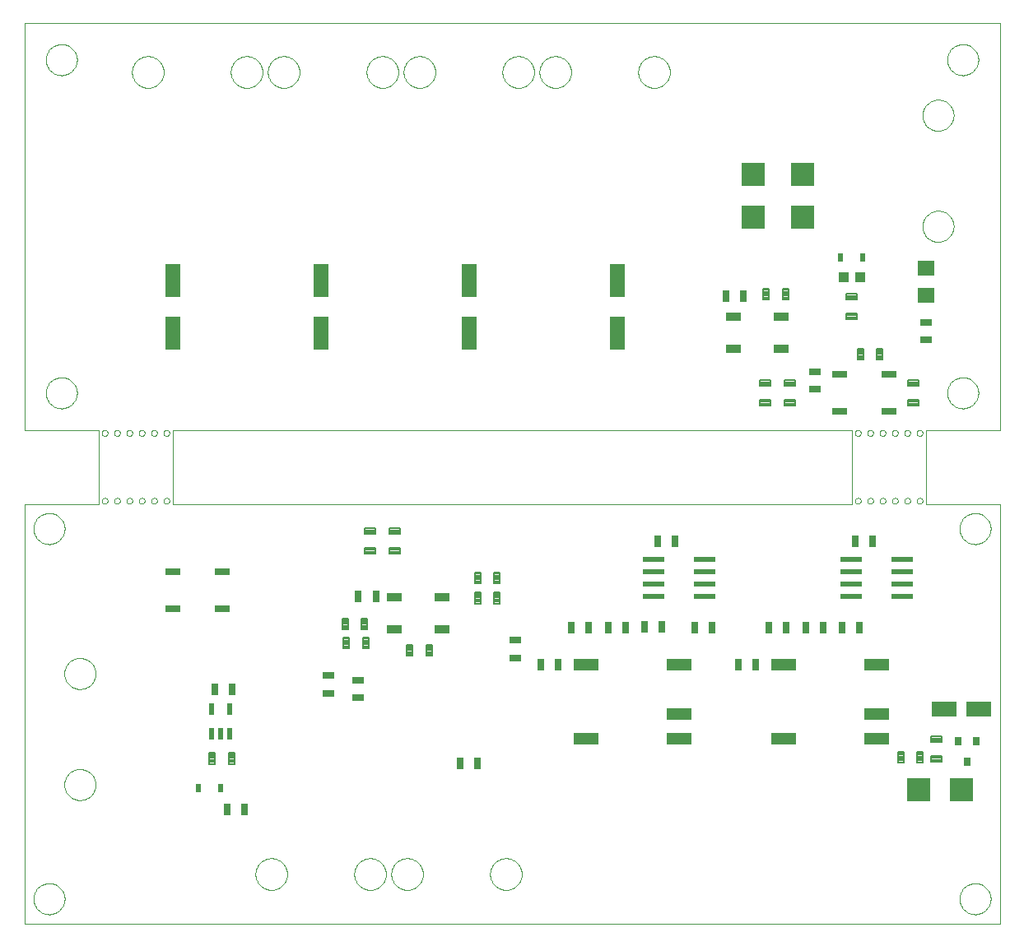
<source format=gtp>
G75*
G70*
%OFA0B0*%
%FSLAX24Y24*%
%IPPOS*%
%LPD*%
%AMOC8*
5,1,8,0,0,1.08239X$1,22.5*
%
%ADD10C,0.0000*%
%ADD11C,0.0079*%
%ADD12R,0.0472X0.0315*%
%ADD13R,0.0591X0.0354*%
%ADD14R,0.0315X0.0472*%
%ADD15R,0.0630X0.1378*%
%ADD16R,0.0433X0.0394*%
%ADD17R,0.0709X0.0630*%
%ADD18R,0.0600X0.0300*%
%ADD19R,0.0248X0.0327*%
%ADD20R,0.0945X0.0945*%
%ADD21R,0.0870X0.0240*%
%ADD22R,0.0217X0.0472*%
%ADD23R,0.0315X0.0354*%
%ADD24R,0.1024X0.0630*%
%ADD25R,0.1024X0.0472*%
D10*
X002142Y009407D02*
X002142Y026407D01*
X005142Y026407D01*
X005142Y029407D01*
X002142Y029407D01*
X002142Y045907D01*
X041642Y045907D01*
X041642Y029407D01*
X038642Y029407D01*
X038642Y026407D01*
X041642Y026407D01*
X041642Y009407D01*
X002142Y009407D01*
X002512Y010407D02*
X002514Y010457D01*
X002520Y010507D01*
X002530Y010556D01*
X002544Y010604D01*
X002561Y010651D01*
X002582Y010696D01*
X002607Y010740D01*
X002635Y010781D01*
X002667Y010820D01*
X002701Y010857D01*
X002738Y010891D01*
X002778Y010921D01*
X002820Y010948D01*
X002864Y010972D01*
X002910Y010993D01*
X002957Y011009D01*
X003005Y011022D01*
X003055Y011031D01*
X003104Y011036D01*
X003155Y011037D01*
X003205Y011034D01*
X003254Y011027D01*
X003303Y011016D01*
X003351Y011001D01*
X003397Y010983D01*
X003442Y010961D01*
X003485Y010935D01*
X003526Y010906D01*
X003565Y010874D01*
X003601Y010839D01*
X003633Y010801D01*
X003663Y010761D01*
X003690Y010718D01*
X003713Y010674D01*
X003732Y010628D01*
X003748Y010580D01*
X003760Y010531D01*
X003768Y010482D01*
X003772Y010432D01*
X003772Y010382D01*
X003768Y010332D01*
X003760Y010283D01*
X003748Y010234D01*
X003732Y010186D01*
X003713Y010140D01*
X003690Y010096D01*
X003663Y010053D01*
X003633Y010013D01*
X003601Y009975D01*
X003565Y009940D01*
X003526Y009908D01*
X003485Y009879D01*
X003442Y009853D01*
X003397Y009831D01*
X003351Y009813D01*
X003303Y009798D01*
X003254Y009787D01*
X003205Y009780D01*
X003155Y009777D01*
X003104Y009778D01*
X003055Y009783D01*
X003005Y009792D01*
X002957Y009805D01*
X002910Y009821D01*
X002864Y009842D01*
X002820Y009866D01*
X002778Y009893D01*
X002738Y009923D01*
X002701Y009957D01*
X002667Y009994D01*
X002635Y010033D01*
X002607Y010074D01*
X002582Y010118D01*
X002561Y010163D01*
X002544Y010210D01*
X002530Y010258D01*
X002520Y010307D01*
X002514Y010357D01*
X002512Y010407D01*
X003762Y015032D02*
X003764Y015082D01*
X003770Y015132D01*
X003780Y015181D01*
X003794Y015229D01*
X003811Y015276D01*
X003832Y015321D01*
X003857Y015365D01*
X003885Y015406D01*
X003917Y015445D01*
X003951Y015482D01*
X003988Y015516D01*
X004028Y015546D01*
X004070Y015573D01*
X004114Y015597D01*
X004160Y015618D01*
X004207Y015634D01*
X004255Y015647D01*
X004305Y015656D01*
X004354Y015661D01*
X004405Y015662D01*
X004455Y015659D01*
X004504Y015652D01*
X004553Y015641D01*
X004601Y015626D01*
X004647Y015608D01*
X004692Y015586D01*
X004735Y015560D01*
X004776Y015531D01*
X004815Y015499D01*
X004851Y015464D01*
X004883Y015426D01*
X004913Y015386D01*
X004940Y015343D01*
X004963Y015299D01*
X004982Y015253D01*
X004998Y015205D01*
X005010Y015156D01*
X005018Y015107D01*
X005022Y015057D01*
X005022Y015007D01*
X005018Y014957D01*
X005010Y014908D01*
X004998Y014859D01*
X004982Y014811D01*
X004963Y014765D01*
X004940Y014721D01*
X004913Y014678D01*
X004883Y014638D01*
X004851Y014600D01*
X004815Y014565D01*
X004776Y014533D01*
X004735Y014504D01*
X004692Y014478D01*
X004647Y014456D01*
X004601Y014438D01*
X004553Y014423D01*
X004504Y014412D01*
X004455Y014405D01*
X004405Y014402D01*
X004354Y014403D01*
X004305Y014408D01*
X004255Y014417D01*
X004207Y014430D01*
X004160Y014446D01*
X004114Y014467D01*
X004070Y014491D01*
X004028Y014518D01*
X003988Y014548D01*
X003951Y014582D01*
X003917Y014619D01*
X003885Y014658D01*
X003857Y014699D01*
X003832Y014743D01*
X003811Y014788D01*
X003794Y014835D01*
X003780Y014883D01*
X003770Y014932D01*
X003764Y014982D01*
X003762Y015032D01*
X003762Y019532D02*
X003764Y019582D01*
X003770Y019632D01*
X003780Y019681D01*
X003794Y019729D01*
X003811Y019776D01*
X003832Y019821D01*
X003857Y019865D01*
X003885Y019906D01*
X003917Y019945D01*
X003951Y019982D01*
X003988Y020016D01*
X004028Y020046D01*
X004070Y020073D01*
X004114Y020097D01*
X004160Y020118D01*
X004207Y020134D01*
X004255Y020147D01*
X004305Y020156D01*
X004354Y020161D01*
X004405Y020162D01*
X004455Y020159D01*
X004504Y020152D01*
X004553Y020141D01*
X004601Y020126D01*
X004647Y020108D01*
X004692Y020086D01*
X004735Y020060D01*
X004776Y020031D01*
X004815Y019999D01*
X004851Y019964D01*
X004883Y019926D01*
X004913Y019886D01*
X004940Y019843D01*
X004963Y019799D01*
X004982Y019753D01*
X004998Y019705D01*
X005010Y019656D01*
X005018Y019607D01*
X005022Y019557D01*
X005022Y019507D01*
X005018Y019457D01*
X005010Y019408D01*
X004998Y019359D01*
X004982Y019311D01*
X004963Y019265D01*
X004940Y019221D01*
X004913Y019178D01*
X004883Y019138D01*
X004851Y019100D01*
X004815Y019065D01*
X004776Y019033D01*
X004735Y019004D01*
X004692Y018978D01*
X004647Y018956D01*
X004601Y018938D01*
X004553Y018923D01*
X004504Y018912D01*
X004455Y018905D01*
X004405Y018902D01*
X004354Y018903D01*
X004305Y018908D01*
X004255Y018917D01*
X004207Y018930D01*
X004160Y018946D01*
X004114Y018967D01*
X004070Y018991D01*
X004028Y019018D01*
X003988Y019048D01*
X003951Y019082D01*
X003917Y019119D01*
X003885Y019158D01*
X003857Y019199D01*
X003832Y019243D01*
X003811Y019288D01*
X003794Y019335D01*
X003780Y019383D01*
X003770Y019432D01*
X003764Y019482D01*
X003762Y019532D01*
X002512Y025407D02*
X002514Y025457D01*
X002520Y025507D01*
X002530Y025556D01*
X002544Y025604D01*
X002561Y025651D01*
X002582Y025696D01*
X002607Y025740D01*
X002635Y025781D01*
X002667Y025820D01*
X002701Y025857D01*
X002738Y025891D01*
X002778Y025921D01*
X002820Y025948D01*
X002864Y025972D01*
X002910Y025993D01*
X002957Y026009D01*
X003005Y026022D01*
X003055Y026031D01*
X003104Y026036D01*
X003155Y026037D01*
X003205Y026034D01*
X003254Y026027D01*
X003303Y026016D01*
X003351Y026001D01*
X003397Y025983D01*
X003442Y025961D01*
X003485Y025935D01*
X003526Y025906D01*
X003565Y025874D01*
X003601Y025839D01*
X003633Y025801D01*
X003663Y025761D01*
X003690Y025718D01*
X003713Y025674D01*
X003732Y025628D01*
X003748Y025580D01*
X003760Y025531D01*
X003768Y025482D01*
X003772Y025432D01*
X003772Y025382D01*
X003768Y025332D01*
X003760Y025283D01*
X003748Y025234D01*
X003732Y025186D01*
X003713Y025140D01*
X003690Y025096D01*
X003663Y025053D01*
X003633Y025013D01*
X003601Y024975D01*
X003565Y024940D01*
X003526Y024908D01*
X003485Y024879D01*
X003442Y024853D01*
X003397Y024831D01*
X003351Y024813D01*
X003303Y024798D01*
X003254Y024787D01*
X003205Y024780D01*
X003155Y024777D01*
X003104Y024778D01*
X003055Y024783D01*
X003005Y024792D01*
X002957Y024805D01*
X002910Y024821D01*
X002864Y024842D01*
X002820Y024866D01*
X002778Y024893D01*
X002738Y024923D01*
X002701Y024957D01*
X002667Y024994D01*
X002635Y025033D01*
X002607Y025074D01*
X002582Y025118D01*
X002561Y025163D01*
X002544Y025210D01*
X002530Y025258D01*
X002520Y025307D01*
X002514Y025357D01*
X002512Y025407D01*
X005274Y026532D02*
X005276Y026553D01*
X005282Y026573D01*
X005291Y026593D01*
X005303Y026610D01*
X005318Y026624D01*
X005336Y026636D01*
X005356Y026644D01*
X005376Y026649D01*
X005397Y026650D01*
X005418Y026647D01*
X005438Y026641D01*
X005457Y026630D01*
X005474Y026617D01*
X005487Y026601D01*
X005498Y026583D01*
X005506Y026563D01*
X005510Y026543D01*
X005510Y026521D01*
X005506Y026501D01*
X005498Y026481D01*
X005487Y026463D01*
X005474Y026447D01*
X005457Y026434D01*
X005438Y026423D01*
X005418Y026417D01*
X005397Y026414D01*
X005376Y026415D01*
X005356Y026420D01*
X005336Y026428D01*
X005318Y026440D01*
X005303Y026454D01*
X005291Y026471D01*
X005282Y026491D01*
X005276Y026511D01*
X005274Y026532D01*
X005774Y026532D02*
X005776Y026553D01*
X005782Y026573D01*
X005791Y026593D01*
X005803Y026610D01*
X005818Y026624D01*
X005836Y026636D01*
X005856Y026644D01*
X005876Y026649D01*
X005897Y026650D01*
X005918Y026647D01*
X005938Y026641D01*
X005957Y026630D01*
X005974Y026617D01*
X005987Y026601D01*
X005998Y026583D01*
X006006Y026563D01*
X006010Y026543D01*
X006010Y026521D01*
X006006Y026501D01*
X005998Y026481D01*
X005987Y026463D01*
X005974Y026447D01*
X005957Y026434D01*
X005938Y026423D01*
X005918Y026417D01*
X005897Y026414D01*
X005876Y026415D01*
X005856Y026420D01*
X005836Y026428D01*
X005818Y026440D01*
X005803Y026454D01*
X005791Y026471D01*
X005782Y026491D01*
X005776Y026511D01*
X005774Y026532D01*
X006274Y026532D02*
X006276Y026553D01*
X006282Y026573D01*
X006291Y026593D01*
X006303Y026610D01*
X006318Y026624D01*
X006336Y026636D01*
X006356Y026644D01*
X006376Y026649D01*
X006397Y026650D01*
X006418Y026647D01*
X006438Y026641D01*
X006457Y026630D01*
X006474Y026617D01*
X006487Y026601D01*
X006498Y026583D01*
X006506Y026563D01*
X006510Y026543D01*
X006510Y026521D01*
X006506Y026501D01*
X006498Y026481D01*
X006487Y026463D01*
X006474Y026447D01*
X006457Y026434D01*
X006438Y026423D01*
X006418Y026417D01*
X006397Y026414D01*
X006376Y026415D01*
X006356Y026420D01*
X006336Y026428D01*
X006318Y026440D01*
X006303Y026454D01*
X006291Y026471D01*
X006282Y026491D01*
X006276Y026511D01*
X006274Y026532D01*
X006774Y026532D02*
X006776Y026553D01*
X006782Y026573D01*
X006791Y026593D01*
X006803Y026610D01*
X006818Y026624D01*
X006836Y026636D01*
X006856Y026644D01*
X006876Y026649D01*
X006897Y026650D01*
X006918Y026647D01*
X006938Y026641D01*
X006957Y026630D01*
X006974Y026617D01*
X006987Y026601D01*
X006998Y026583D01*
X007006Y026563D01*
X007010Y026543D01*
X007010Y026521D01*
X007006Y026501D01*
X006998Y026481D01*
X006987Y026463D01*
X006974Y026447D01*
X006957Y026434D01*
X006938Y026423D01*
X006918Y026417D01*
X006897Y026414D01*
X006876Y026415D01*
X006856Y026420D01*
X006836Y026428D01*
X006818Y026440D01*
X006803Y026454D01*
X006791Y026471D01*
X006782Y026491D01*
X006776Y026511D01*
X006774Y026532D01*
X007274Y026532D02*
X007276Y026553D01*
X007282Y026573D01*
X007291Y026593D01*
X007303Y026610D01*
X007318Y026624D01*
X007336Y026636D01*
X007356Y026644D01*
X007376Y026649D01*
X007397Y026650D01*
X007418Y026647D01*
X007438Y026641D01*
X007457Y026630D01*
X007474Y026617D01*
X007487Y026601D01*
X007498Y026583D01*
X007506Y026563D01*
X007510Y026543D01*
X007510Y026521D01*
X007506Y026501D01*
X007498Y026481D01*
X007487Y026463D01*
X007474Y026447D01*
X007457Y026434D01*
X007438Y026423D01*
X007418Y026417D01*
X007397Y026414D01*
X007376Y026415D01*
X007356Y026420D01*
X007336Y026428D01*
X007318Y026440D01*
X007303Y026454D01*
X007291Y026471D01*
X007282Y026491D01*
X007276Y026511D01*
X007274Y026532D01*
X007774Y026532D02*
X007776Y026553D01*
X007782Y026573D01*
X007791Y026593D01*
X007803Y026610D01*
X007818Y026624D01*
X007836Y026636D01*
X007856Y026644D01*
X007876Y026649D01*
X007897Y026650D01*
X007918Y026647D01*
X007938Y026641D01*
X007957Y026630D01*
X007974Y026617D01*
X007987Y026601D01*
X007998Y026583D01*
X008006Y026563D01*
X008010Y026543D01*
X008010Y026521D01*
X008006Y026501D01*
X007998Y026481D01*
X007987Y026463D01*
X007974Y026447D01*
X007957Y026434D01*
X007938Y026423D01*
X007918Y026417D01*
X007897Y026414D01*
X007876Y026415D01*
X007856Y026420D01*
X007836Y026428D01*
X007818Y026440D01*
X007803Y026454D01*
X007791Y026471D01*
X007782Y026491D01*
X007776Y026511D01*
X007774Y026532D01*
X008142Y026407D02*
X008142Y029407D01*
X035642Y029407D01*
X035642Y026407D01*
X008142Y026407D01*
X007774Y029282D02*
X007776Y029303D01*
X007782Y029323D01*
X007791Y029343D01*
X007803Y029360D01*
X007818Y029374D01*
X007836Y029386D01*
X007856Y029394D01*
X007876Y029399D01*
X007897Y029400D01*
X007918Y029397D01*
X007938Y029391D01*
X007957Y029380D01*
X007974Y029367D01*
X007987Y029351D01*
X007998Y029333D01*
X008006Y029313D01*
X008010Y029293D01*
X008010Y029271D01*
X008006Y029251D01*
X007998Y029231D01*
X007987Y029213D01*
X007974Y029197D01*
X007957Y029184D01*
X007938Y029173D01*
X007918Y029167D01*
X007897Y029164D01*
X007876Y029165D01*
X007856Y029170D01*
X007836Y029178D01*
X007818Y029190D01*
X007803Y029204D01*
X007791Y029221D01*
X007782Y029241D01*
X007776Y029261D01*
X007774Y029282D01*
X007274Y029282D02*
X007276Y029303D01*
X007282Y029323D01*
X007291Y029343D01*
X007303Y029360D01*
X007318Y029374D01*
X007336Y029386D01*
X007356Y029394D01*
X007376Y029399D01*
X007397Y029400D01*
X007418Y029397D01*
X007438Y029391D01*
X007457Y029380D01*
X007474Y029367D01*
X007487Y029351D01*
X007498Y029333D01*
X007506Y029313D01*
X007510Y029293D01*
X007510Y029271D01*
X007506Y029251D01*
X007498Y029231D01*
X007487Y029213D01*
X007474Y029197D01*
X007457Y029184D01*
X007438Y029173D01*
X007418Y029167D01*
X007397Y029164D01*
X007376Y029165D01*
X007356Y029170D01*
X007336Y029178D01*
X007318Y029190D01*
X007303Y029204D01*
X007291Y029221D01*
X007282Y029241D01*
X007276Y029261D01*
X007274Y029282D01*
X006774Y029282D02*
X006776Y029303D01*
X006782Y029323D01*
X006791Y029343D01*
X006803Y029360D01*
X006818Y029374D01*
X006836Y029386D01*
X006856Y029394D01*
X006876Y029399D01*
X006897Y029400D01*
X006918Y029397D01*
X006938Y029391D01*
X006957Y029380D01*
X006974Y029367D01*
X006987Y029351D01*
X006998Y029333D01*
X007006Y029313D01*
X007010Y029293D01*
X007010Y029271D01*
X007006Y029251D01*
X006998Y029231D01*
X006987Y029213D01*
X006974Y029197D01*
X006957Y029184D01*
X006938Y029173D01*
X006918Y029167D01*
X006897Y029164D01*
X006876Y029165D01*
X006856Y029170D01*
X006836Y029178D01*
X006818Y029190D01*
X006803Y029204D01*
X006791Y029221D01*
X006782Y029241D01*
X006776Y029261D01*
X006774Y029282D01*
X006274Y029282D02*
X006276Y029303D01*
X006282Y029323D01*
X006291Y029343D01*
X006303Y029360D01*
X006318Y029374D01*
X006336Y029386D01*
X006356Y029394D01*
X006376Y029399D01*
X006397Y029400D01*
X006418Y029397D01*
X006438Y029391D01*
X006457Y029380D01*
X006474Y029367D01*
X006487Y029351D01*
X006498Y029333D01*
X006506Y029313D01*
X006510Y029293D01*
X006510Y029271D01*
X006506Y029251D01*
X006498Y029231D01*
X006487Y029213D01*
X006474Y029197D01*
X006457Y029184D01*
X006438Y029173D01*
X006418Y029167D01*
X006397Y029164D01*
X006376Y029165D01*
X006356Y029170D01*
X006336Y029178D01*
X006318Y029190D01*
X006303Y029204D01*
X006291Y029221D01*
X006282Y029241D01*
X006276Y029261D01*
X006274Y029282D01*
X005774Y029282D02*
X005776Y029303D01*
X005782Y029323D01*
X005791Y029343D01*
X005803Y029360D01*
X005818Y029374D01*
X005836Y029386D01*
X005856Y029394D01*
X005876Y029399D01*
X005897Y029400D01*
X005918Y029397D01*
X005938Y029391D01*
X005957Y029380D01*
X005974Y029367D01*
X005987Y029351D01*
X005998Y029333D01*
X006006Y029313D01*
X006010Y029293D01*
X006010Y029271D01*
X006006Y029251D01*
X005998Y029231D01*
X005987Y029213D01*
X005974Y029197D01*
X005957Y029184D01*
X005938Y029173D01*
X005918Y029167D01*
X005897Y029164D01*
X005876Y029165D01*
X005856Y029170D01*
X005836Y029178D01*
X005818Y029190D01*
X005803Y029204D01*
X005791Y029221D01*
X005782Y029241D01*
X005776Y029261D01*
X005774Y029282D01*
X005274Y029282D02*
X005276Y029303D01*
X005282Y029323D01*
X005291Y029343D01*
X005303Y029360D01*
X005318Y029374D01*
X005336Y029386D01*
X005356Y029394D01*
X005376Y029399D01*
X005397Y029400D01*
X005418Y029397D01*
X005438Y029391D01*
X005457Y029380D01*
X005474Y029367D01*
X005487Y029351D01*
X005498Y029333D01*
X005506Y029313D01*
X005510Y029293D01*
X005510Y029271D01*
X005506Y029251D01*
X005498Y029231D01*
X005487Y029213D01*
X005474Y029197D01*
X005457Y029184D01*
X005438Y029173D01*
X005418Y029167D01*
X005397Y029164D01*
X005376Y029165D01*
X005356Y029170D01*
X005336Y029178D01*
X005318Y029190D01*
X005303Y029204D01*
X005291Y029221D01*
X005282Y029241D01*
X005276Y029261D01*
X005274Y029282D01*
X003012Y030907D02*
X003014Y030957D01*
X003020Y031007D01*
X003030Y031056D01*
X003044Y031104D01*
X003061Y031151D01*
X003082Y031196D01*
X003107Y031240D01*
X003135Y031281D01*
X003167Y031320D01*
X003201Y031357D01*
X003238Y031391D01*
X003278Y031421D01*
X003320Y031448D01*
X003364Y031472D01*
X003410Y031493D01*
X003457Y031509D01*
X003505Y031522D01*
X003555Y031531D01*
X003604Y031536D01*
X003655Y031537D01*
X003705Y031534D01*
X003754Y031527D01*
X003803Y031516D01*
X003851Y031501D01*
X003897Y031483D01*
X003942Y031461D01*
X003985Y031435D01*
X004026Y031406D01*
X004065Y031374D01*
X004101Y031339D01*
X004133Y031301D01*
X004163Y031261D01*
X004190Y031218D01*
X004213Y031174D01*
X004232Y031128D01*
X004248Y031080D01*
X004260Y031031D01*
X004268Y030982D01*
X004272Y030932D01*
X004272Y030882D01*
X004268Y030832D01*
X004260Y030783D01*
X004248Y030734D01*
X004232Y030686D01*
X004213Y030640D01*
X004190Y030596D01*
X004163Y030553D01*
X004133Y030513D01*
X004101Y030475D01*
X004065Y030440D01*
X004026Y030408D01*
X003985Y030379D01*
X003942Y030353D01*
X003897Y030331D01*
X003851Y030313D01*
X003803Y030298D01*
X003754Y030287D01*
X003705Y030280D01*
X003655Y030277D01*
X003604Y030278D01*
X003555Y030283D01*
X003505Y030292D01*
X003457Y030305D01*
X003410Y030321D01*
X003364Y030342D01*
X003320Y030366D01*
X003278Y030393D01*
X003238Y030423D01*
X003201Y030457D01*
X003167Y030494D01*
X003135Y030533D01*
X003107Y030574D01*
X003082Y030618D01*
X003061Y030663D01*
X003044Y030710D01*
X003030Y030758D01*
X003020Y030807D01*
X003014Y030857D01*
X003012Y030907D01*
X006502Y043907D02*
X006504Y043957D01*
X006510Y044007D01*
X006520Y044056D01*
X006533Y044105D01*
X006551Y044152D01*
X006572Y044198D01*
X006596Y044241D01*
X006624Y044283D01*
X006655Y044323D01*
X006689Y044360D01*
X006726Y044394D01*
X006766Y044425D01*
X006808Y044453D01*
X006851Y044477D01*
X006897Y044498D01*
X006944Y044516D01*
X006993Y044529D01*
X007042Y044539D01*
X007092Y044545D01*
X007142Y044547D01*
X007192Y044545D01*
X007242Y044539D01*
X007291Y044529D01*
X007340Y044516D01*
X007387Y044498D01*
X007433Y044477D01*
X007476Y044453D01*
X007518Y044425D01*
X007558Y044394D01*
X007595Y044360D01*
X007629Y044323D01*
X007660Y044283D01*
X007688Y044241D01*
X007712Y044198D01*
X007733Y044152D01*
X007751Y044105D01*
X007764Y044056D01*
X007774Y044007D01*
X007780Y043957D01*
X007782Y043907D01*
X007780Y043857D01*
X007774Y043807D01*
X007764Y043758D01*
X007751Y043709D01*
X007733Y043662D01*
X007712Y043616D01*
X007688Y043573D01*
X007660Y043531D01*
X007629Y043491D01*
X007595Y043454D01*
X007558Y043420D01*
X007518Y043389D01*
X007476Y043361D01*
X007433Y043337D01*
X007387Y043316D01*
X007340Y043298D01*
X007291Y043285D01*
X007242Y043275D01*
X007192Y043269D01*
X007142Y043267D01*
X007092Y043269D01*
X007042Y043275D01*
X006993Y043285D01*
X006944Y043298D01*
X006897Y043316D01*
X006851Y043337D01*
X006808Y043361D01*
X006766Y043389D01*
X006726Y043420D01*
X006689Y043454D01*
X006655Y043491D01*
X006624Y043531D01*
X006596Y043573D01*
X006572Y043616D01*
X006551Y043662D01*
X006533Y043709D01*
X006520Y043758D01*
X006510Y043807D01*
X006504Y043857D01*
X006502Y043907D01*
X003012Y044407D02*
X003014Y044457D01*
X003020Y044507D01*
X003030Y044556D01*
X003044Y044604D01*
X003061Y044651D01*
X003082Y044696D01*
X003107Y044740D01*
X003135Y044781D01*
X003167Y044820D01*
X003201Y044857D01*
X003238Y044891D01*
X003278Y044921D01*
X003320Y044948D01*
X003364Y044972D01*
X003410Y044993D01*
X003457Y045009D01*
X003505Y045022D01*
X003555Y045031D01*
X003604Y045036D01*
X003655Y045037D01*
X003705Y045034D01*
X003754Y045027D01*
X003803Y045016D01*
X003851Y045001D01*
X003897Y044983D01*
X003942Y044961D01*
X003985Y044935D01*
X004026Y044906D01*
X004065Y044874D01*
X004101Y044839D01*
X004133Y044801D01*
X004163Y044761D01*
X004190Y044718D01*
X004213Y044674D01*
X004232Y044628D01*
X004248Y044580D01*
X004260Y044531D01*
X004268Y044482D01*
X004272Y044432D01*
X004272Y044382D01*
X004268Y044332D01*
X004260Y044283D01*
X004248Y044234D01*
X004232Y044186D01*
X004213Y044140D01*
X004190Y044096D01*
X004163Y044053D01*
X004133Y044013D01*
X004101Y043975D01*
X004065Y043940D01*
X004026Y043908D01*
X003985Y043879D01*
X003942Y043853D01*
X003897Y043831D01*
X003851Y043813D01*
X003803Y043798D01*
X003754Y043787D01*
X003705Y043780D01*
X003655Y043777D01*
X003604Y043778D01*
X003555Y043783D01*
X003505Y043792D01*
X003457Y043805D01*
X003410Y043821D01*
X003364Y043842D01*
X003320Y043866D01*
X003278Y043893D01*
X003238Y043923D01*
X003201Y043957D01*
X003167Y043994D01*
X003135Y044033D01*
X003107Y044074D01*
X003082Y044118D01*
X003061Y044163D01*
X003044Y044210D01*
X003030Y044258D01*
X003020Y044307D01*
X003014Y044357D01*
X003012Y044407D01*
X010502Y043907D02*
X010504Y043957D01*
X010510Y044007D01*
X010520Y044056D01*
X010533Y044105D01*
X010551Y044152D01*
X010572Y044198D01*
X010596Y044241D01*
X010624Y044283D01*
X010655Y044323D01*
X010689Y044360D01*
X010726Y044394D01*
X010766Y044425D01*
X010808Y044453D01*
X010851Y044477D01*
X010897Y044498D01*
X010944Y044516D01*
X010993Y044529D01*
X011042Y044539D01*
X011092Y044545D01*
X011142Y044547D01*
X011192Y044545D01*
X011242Y044539D01*
X011291Y044529D01*
X011340Y044516D01*
X011387Y044498D01*
X011433Y044477D01*
X011476Y044453D01*
X011518Y044425D01*
X011558Y044394D01*
X011595Y044360D01*
X011629Y044323D01*
X011660Y044283D01*
X011688Y044241D01*
X011712Y044198D01*
X011733Y044152D01*
X011751Y044105D01*
X011764Y044056D01*
X011774Y044007D01*
X011780Y043957D01*
X011782Y043907D01*
X011780Y043857D01*
X011774Y043807D01*
X011764Y043758D01*
X011751Y043709D01*
X011733Y043662D01*
X011712Y043616D01*
X011688Y043573D01*
X011660Y043531D01*
X011629Y043491D01*
X011595Y043454D01*
X011558Y043420D01*
X011518Y043389D01*
X011476Y043361D01*
X011433Y043337D01*
X011387Y043316D01*
X011340Y043298D01*
X011291Y043285D01*
X011242Y043275D01*
X011192Y043269D01*
X011142Y043267D01*
X011092Y043269D01*
X011042Y043275D01*
X010993Y043285D01*
X010944Y043298D01*
X010897Y043316D01*
X010851Y043337D01*
X010808Y043361D01*
X010766Y043389D01*
X010726Y043420D01*
X010689Y043454D01*
X010655Y043491D01*
X010624Y043531D01*
X010596Y043573D01*
X010572Y043616D01*
X010551Y043662D01*
X010533Y043709D01*
X010520Y043758D01*
X010510Y043807D01*
X010504Y043857D01*
X010502Y043907D01*
X012002Y043907D02*
X012004Y043957D01*
X012010Y044007D01*
X012020Y044056D01*
X012033Y044105D01*
X012051Y044152D01*
X012072Y044198D01*
X012096Y044241D01*
X012124Y044283D01*
X012155Y044323D01*
X012189Y044360D01*
X012226Y044394D01*
X012266Y044425D01*
X012308Y044453D01*
X012351Y044477D01*
X012397Y044498D01*
X012444Y044516D01*
X012493Y044529D01*
X012542Y044539D01*
X012592Y044545D01*
X012642Y044547D01*
X012692Y044545D01*
X012742Y044539D01*
X012791Y044529D01*
X012840Y044516D01*
X012887Y044498D01*
X012933Y044477D01*
X012976Y044453D01*
X013018Y044425D01*
X013058Y044394D01*
X013095Y044360D01*
X013129Y044323D01*
X013160Y044283D01*
X013188Y044241D01*
X013212Y044198D01*
X013233Y044152D01*
X013251Y044105D01*
X013264Y044056D01*
X013274Y044007D01*
X013280Y043957D01*
X013282Y043907D01*
X013280Y043857D01*
X013274Y043807D01*
X013264Y043758D01*
X013251Y043709D01*
X013233Y043662D01*
X013212Y043616D01*
X013188Y043573D01*
X013160Y043531D01*
X013129Y043491D01*
X013095Y043454D01*
X013058Y043420D01*
X013018Y043389D01*
X012976Y043361D01*
X012933Y043337D01*
X012887Y043316D01*
X012840Y043298D01*
X012791Y043285D01*
X012742Y043275D01*
X012692Y043269D01*
X012642Y043267D01*
X012592Y043269D01*
X012542Y043275D01*
X012493Y043285D01*
X012444Y043298D01*
X012397Y043316D01*
X012351Y043337D01*
X012308Y043361D01*
X012266Y043389D01*
X012226Y043420D01*
X012189Y043454D01*
X012155Y043491D01*
X012124Y043531D01*
X012096Y043573D01*
X012072Y043616D01*
X012051Y043662D01*
X012033Y043709D01*
X012020Y043758D01*
X012010Y043807D01*
X012004Y043857D01*
X012002Y043907D01*
X016002Y043907D02*
X016004Y043957D01*
X016010Y044007D01*
X016020Y044056D01*
X016033Y044105D01*
X016051Y044152D01*
X016072Y044198D01*
X016096Y044241D01*
X016124Y044283D01*
X016155Y044323D01*
X016189Y044360D01*
X016226Y044394D01*
X016266Y044425D01*
X016308Y044453D01*
X016351Y044477D01*
X016397Y044498D01*
X016444Y044516D01*
X016493Y044529D01*
X016542Y044539D01*
X016592Y044545D01*
X016642Y044547D01*
X016692Y044545D01*
X016742Y044539D01*
X016791Y044529D01*
X016840Y044516D01*
X016887Y044498D01*
X016933Y044477D01*
X016976Y044453D01*
X017018Y044425D01*
X017058Y044394D01*
X017095Y044360D01*
X017129Y044323D01*
X017160Y044283D01*
X017188Y044241D01*
X017212Y044198D01*
X017233Y044152D01*
X017251Y044105D01*
X017264Y044056D01*
X017274Y044007D01*
X017280Y043957D01*
X017282Y043907D01*
X017280Y043857D01*
X017274Y043807D01*
X017264Y043758D01*
X017251Y043709D01*
X017233Y043662D01*
X017212Y043616D01*
X017188Y043573D01*
X017160Y043531D01*
X017129Y043491D01*
X017095Y043454D01*
X017058Y043420D01*
X017018Y043389D01*
X016976Y043361D01*
X016933Y043337D01*
X016887Y043316D01*
X016840Y043298D01*
X016791Y043285D01*
X016742Y043275D01*
X016692Y043269D01*
X016642Y043267D01*
X016592Y043269D01*
X016542Y043275D01*
X016493Y043285D01*
X016444Y043298D01*
X016397Y043316D01*
X016351Y043337D01*
X016308Y043361D01*
X016266Y043389D01*
X016226Y043420D01*
X016189Y043454D01*
X016155Y043491D01*
X016124Y043531D01*
X016096Y043573D01*
X016072Y043616D01*
X016051Y043662D01*
X016033Y043709D01*
X016020Y043758D01*
X016010Y043807D01*
X016004Y043857D01*
X016002Y043907D01*
X017502Y043907D02*
X017504Y043957D01*
X017510Y044007D01*
X017520Y044056D01*
X017533Y044105D01*
X017551Y044152D01*
X017572Y044198D01*
X017596Y044241D01*
X017624Y044283D01*
X017655Y044323D01*
X017689Y044360D01*
X017726Y044394D01*
X017766Y044425D01*
X017808Y044453D01*
X017851Y044477D01*
X017897Y044498D01*
X017944Y044516D01*
X017993Y044529D01*
X018042Y044539D01*
X018092Y044545D01*
X018142Y044547D01*
X018192Y044545D01*
X018242Y044539D01*
X018291Y044529D01*
X018340Y044516D01*
X018387Y044498D01*
X018433Y044477D01*
X018476Y044453D01*
X018518Y044425D01*
X018558Y044394D01*
X018595Y044360D01*
X018629Y044323D01*
X018660Y044283D01*
X018688Y044241D01*
X018712Y044198D01*
X018733Y044152D01*
X018751Y044105D01*
X018764Y044056D01*
X018774Y044007D01*
X018780Y043957D01*
X018782Y043907D01*
X018780Y043857D01*
X018774Y043807D01*
X018764Y043758D01*
X018751Y043709D01*
X018733Y043662D01*
X018712Y043616D01*
X018688Y043573D01*
X018660Y043531D01*
X018629Y043491D01*
X018595Y043454D01*
X018558Y043420D01*
X018518Y043389D01*
X018476Y043361D01*
X018433Y043337D01*
X018387Y043316D01*
X018340Y043298D01*
X018291Y043285D01*
X018242Y043275D01*
X018192Y043269D01*
X018142Y043267D01*
X018092Y043269D01*
X018042Y043275D01*
X017993Y043285D01*
X017944Y043298D01*
X017897Y043316D01*
X017851Y043337D01*
X017808Y043361D01*
X017766Y043389D01*
X017726Y043420D01*
X017689Y043454D01*
X017655Y043491D01*
X017624Y043531D01*
X017596Y043573D01*
X017572Y043616D01*
X017551Y043662D01*
X017533Y043709D01*
X017520Y043758D01*
X017510Y043807D01*
X017504Y043857D01*
X017502Y043907D01*
X021502Y043907D02*
X021504Y043957D01*
X021510Y044007D01*
X021520Y044056D01*
X021533Y044105D01*
X021551Y044152D01*
X021572Y044198D01*
X021596Y044241D01*
X021624Y044283D01*
X021655Y044323D01*
X021689Y044360D01*
X021726Y044394D01*
X021766Y044425D01*
X021808Y044453D01*
X021851Y044477D01*
X021897Y044498D01*
X021944Y044516D01*
X021993Y044529D01*
X022042Y044539D01*
X022092Y044545D01*
X022142Y044547D01*
X022192Y044545D01*
X022242Y044539D01*
X022291Y044529D01*
X022340Y044516D01*
X022387Y044498D01*
X022433Y044477D01*
X022476Y044453D01*
X022518Y044425D01*
X022558Y044394D01*
X022595Y044360D01*
X022629Y044323D01*
X022660Y044283D01*
X022688Y044241D01*
X022712Y044198D01*
X022733Y044152D01*
X022751Y044105D01*
X022764Y044056D01*
X022774Y044007D01*
X022780Y043957D01*
X022782Y043907D01*
X022780Y043857D01*
X022774Y043807D01*
X022764Y043758D01*
X022751Y043709D01*
X022733Y043662D01*
X022712Y043616D01*
X022688Y043573D01*
X022660Y043531D01*
X022629Y043491D01*
X022595Y043454D01*
X022558Y043420D01*
X022518Y043389D01*
X022476Y043361D01*
X022433Y043337D01*
X022387Y043316D01*
X022340Y043298D01*
X022291Y043285D01*
X022242Y043275D01*
X022192Y043269D01*
X022142Y043267D01*
X022092Y043269D01*
X022042Y043275D01*
X021993Y043285D01*
X021944Y043298D01*
X021897Y043316D01*
X021851Y043337D01*
X021808Y043361D01*
X021766Y043389D01*
X021726Y043420D01*
X021689Y043454D01*
X021655Y043491D01*
X021624Y043531D01*
X021596Y043573D01*
X021572Y043616D01*
X021551Y043662D01*
X021533Y043709D01*
X021520Y043758D01*
X021510Y043807D01*
X021504Y043857D01*
X021502Y043907D01*
X023002Y043907D02*
X023004Y043957D01*
X023010Y044007D01*
X023020Y044056D01*
X023033Y044105D01*
X023051Y044152D01*
X023072Y044198D01*
X023096Y044241D01*
X023124Y044283D01*
X023155Y044323D01*
X023189Y044360D01*
X023226Y044394D01*
X023266Y044425D01*
X023308Y044453D01*
X023351Y044477D01*
X023397Y044498D01*
X023444Y044516D01*
X023493Y044529D01*
X023542Y044539D01*
X023592Y044545D01*
X023642Y044547D01*
X023692Y044545D01*
X023742Y044539D01*
X023791Y044529D01*
X023840Y044516D01*
X023887Y044498D01*
X023933Y044477D01*
X023976Y044453D01*
X024018Y044425D01*
X024058Y044394D01*
X024095Y044360D01*
X024129Y044323D01*
X024160Y044283D01*
X024188Y044241D01*
X024212Y044198D01*
X024233Y044152D01*
X024251Y044105D01*
X024264Y044056D01*
X024274Y044007D01*
X024280Y043957D01*
X024282Y043907D01*
X024280Y043857D01*
X024274Y043807D01*
X024264Y043758D01*
X024251Y043709D01*
X024233Y043662D01*
X024212Y043616D01*
X024188Y043573D01*
X024160Y043531D01*
X024129Y043491D01*
X024095Y043454D01*
X024058Y043420D01*
X024018Y043389D01*
X023976Y043361D01*
X023933Y043337D01*
X023887Y043316D01*
X023840Y043298D01*
X023791Y043285D01*
X023742Y043275D01*
X023692Y043269D01*
X023642Y043267D01*
X023592Y043269D01*
X023542Y043275D01*
X023493Y043285D01*
X023444Y043298D01*
X023397Y043316D01*
X023351Y043337D01*
X023308Y043361D01*
X023266Y043389D01*
X023226Y043420D01*
X023189Y043454D01*
X023155Y043491D01*
X023124Y043531D01*
X023096Y043573D01*
X023072Y043616D01*
X023051Y043662D01*
X023033Y043709D01*
X023020Y043758D01*
X023010Y043807D01*
X023004Y043857D01*
X023002Y043907D01*
X027002Y043907D02*
X027004Y043957D01*
X027010Y044007D01*
X027020Y044056D01*
X027033Y044105D01*
X027051Y044152D01*
X027072Y044198D01*
X027096Y044241D01*
X027124Y044283D01*
X027155Y044323D01*
X027189Y044360D01*
X027226Y044394D01*
X027266Y044425D01*
X027308Y044453D01*
X027351Y044477D01*
X027397Y044498D01*
X027444Y044516D01*
X027493Y044529D01*
X027542Y044539D01*
X027592Y044545D01*
X027642Y044547D01*
X027692Y044545D01*
X027742Y044539D01*
X027791Y044529D01*
X027840Y044516D01*
X027887Y044498D01*
X027933Y044477D01*
X027976Y044453D01*
X028018Y044425D01*
X028058Y044394D01*
X028095Y044360D01*
X028129Y044323D01*
X028160Y044283D01*
X028188Y044241D01*
X028212Y044198D01*
X028233Y044152D01*
X028251Y044105D01*
X028264Y044056D01*
X028274Y044007D01*
X028280Y043957D01*
X028282Y043907D01*
X028280Y043857D01*
X028274Y043807D01*
X028264Y043758D01*
X028251Y043709D01*
X028233Y043662D01*
X028212Y043616D01*
X028188Y043573D01*
X028160Y043531D01*
X028129Y043491D01*
X028095Y043454D01*
X028058Y043420D01*
X028018Y043389D01*
X027976Y043361D01*
X027933Y043337D01*
X027887Y043316D01*
X027840Y043298D01*
X027791Y043285D01*
X027742Y043275D01*
X027692Y043269D01*
X027642Y043267D01*
X027592Y043269D01*
X027542Y043275D01*
X027493Y043285D01*
X027444Y043298D01*
X027397Y043316D01*
X027351Y043337D01*
X027308Y043361D01*
X027266Y043389D01*
X027226Y043420D01*
X027189Y043454D01*
X027155Y043491D01*
X027124Y043531D01*
X027096Y043573D01*
X027072Y043616D01*
X027051Y043662D01*
X027033Y043709D01*
X027020Y043758D01*
X027010Y043807D01*
X027004Y043857D01*
X027002Y043907D01*
X038512Y042157D02*
X038514Y042207D01*
X038520Y042257D01*
X038530Y042306D01*
X038544Y042354D01*
X038561Y042401D01*
X038582Y042446D01*
X038607Y042490D01*
X038635Y042531D01*
X038667Y042570D01*
X038701Y042607D01*
X038738Y042641D01*
X038778Y042671D01*
X038820Y042698D01*
X038864Y042722D01*
X038910Y042743D01*
X038957Y042759D01*
X039005Y042772D01*
X039055Y042781D01*
X039104Y042786D01*
X039155Y042787D01*
X039205Y042784D01*
X039254Y042777D01*
X039303Y042766D01*
X039351Y042751D01*
X039397Y042733D01*
X039442Y042711D01*
X039485Y042685D01*
X039526Y042656D01*
X039565Y042624D01*
X039601Y042589D01*
X039633Y042551D01*
X039663Y042511D01*
X039690Y042468D01*
X039713Y042424D01*
X039732Y042378D01*
X039748Y042330D01*
X039760Y042281D01*
X039768Y042232D01*
X039772Y042182D01*
X039772Y042132D01*
X039768Y042082D01*
X039760Y042033D01*
X039748Y041984D01*
X039732Y041936D01*
X039713Y041890D01*
X039690Y041846D01*
X039663Y041803D01*
X039633Y041763D01*
X039601Y041725D01*
X039565Y041690D01*
X039526Y041658D01*
X039485Y041629D01*
X039442Y041603D01*
X039397Y041581D01*
X039351Y041563D01*
X039303Y041548D01*
X039254Y041537D01*
X039205Y041530D01*
X039155Y041527D01*
X039104Y041528D01*
X039055Y041533D01*
X039005Y041542D01*
X038957Y041555D01*
X038910Y041571D01*
X038864Y041592D01*
X038820Y041616D01*
X038778Y041643D01*
X038738Y041673D01*
X038701Y041707D01*
X038667Y041744D01*
X038635Y041783D01*
X038607Y041824D01*
X038582Y041868D01*
X038561Y041913D01*
X038544Y041960D01*
X038530Y042008D01*
X038520Y042057D01*
X038514Y042107D01*
X038512Y042157D01*
X039512Y044407D02*
X039514Y044457D01*
X039520Y044507D01*
X039530Y044556D01*
X039544Y044604D01*
X039561Y044651D01*
X039582Y044696D01*
X039607Y044740D01*
X039635Y044781D01*
X039667Y044820D01*
X039701Y044857D01*
X039738Y044891D01*
X039778Y044921D01*
X039820Y044948D01*
X039864Y044972D01*
X039910Y044993D01*
X039957Y045009D01*
X040005Y045022D01*
X040055Y045031D01*
X040104Y045036D01*
X040155Y045037D01*
X040205Y045034D01*
X040254Y045027D01*
X040303Y045016D01*
X040351Y045001D01*
X040397Y044983D01*
X040442Y044961D01*
X040485Y044935D01*
X040526Y044906D01*
X040565Y044874D01*
X040601Y044839D01*
X040633Y044801D01*
X040663Y044761D01*
X040690Y044718D01*
X040713Y044674D01*
X040732Y044628D01*
X040748Y044580D01*
X040760Y044531D01*
X040768Y044482D01*
X040772Y044432D01*
X040772Y044382D01*
X040768Y044332D01*
X040760Y044283D01*
X040748Y044234D01*
X040732Y044186D01*
X040713Y044140D01*
X040690Y044096D01*
X040663Y044053D01*
X040633Y044013D01*
X040601Y043975D01*
X040565Y043940D01*
X040526Y043908D01*
X040485Y043879D01*
X040442Y043853D01*
X040397Y043831D01*
X040351Y043813D01*
X040303Y043798D01*
X040254Y043787D01*
X040205Y043780D01*
X040155Y043777D01*
X040104Y043778D01*
X040055Y043783D01*
X040005Y043792D01*
X039957Y043805D01*
X039910Y043821D01*
X039864Y043842D01*
X039820Y043866D01*
X039778Y043893D01*
X039738Y043923D01*
X039701Y043957D01*
X039667Y043994D01*
X039635Y044033D01*
X039607Y044074D01*
X039582Y044118D01*
X039561Y044163D01*
X039544Y044210D01*
X039530Y044258D01*
X039520Y044307D01*
X039514Y044357D01*
X039512Y044407D01*
X038512Y037657D02*
X038514Y037707D01*
X038520Y037757D01*
X038530Y037806D01*
X038544Y037854D01*
X038561Y037901D01*
X038582Y037946D01*
X038607Y037990D01*
X038635Y038031D01*
X038667Y038070D01*
X038701Y038107D01*
X038738Y038141D01*
X038778Y038171D01*
X038820Y038198D01*
X038864Y038222D01*
X038910Y038243D01*
X038957Y038259D01*
X039005Y038272D01*
X039055Y038281D01*
X039104Y038286D01*
X039155Y038287D01*
X039205Y038284D01*
X039254Y038277D01*
X039303Y038266D01*
X039351Y038251D01*
X039397Y038233D01*
X039442Y038211D01*
X039485Y038185D01*
X039526Y038156D01*
X039565Y038124D01*
X039601Y038089D01*
X039633Y038051D01*
X039663Y038011D01*
X039690Y037968D01*
X039713Y037924D01*
X039732Y037878D01*
X039748Y037830D01*
X039760Y037781D01*
X039768Y037732D01*
X039772Y037682D01*
X039772Y037632D01*
X039768Y037582D01*
X039760Y037533D01*
X039748Y037484D01*
X039732Y037436D01*
X039713Y037390D01*
X039690Y037346D01*
X039663Y037303D01*
X039633Y037263D01*
X039601Y037225D01*
X039565Y037190D01*
X039526Y037158D01*
X039485Y037129D01*
X039442Y037103D01*
X039397Y037081D01*
X039351Y037063D01*
X039303Y037048D01*
X039254Y037037D01*
X039205Y037030D01*
X039155Y037027D01*
X039104Y037028D01*
X039055Y037033D01*
X039005Y037042D01*
X038957Y037055D01*
X038910Y037071D01*
X038864Y037092D01*
X038820Y037116D01*
X038778Y037143D01*
X038738Y037173D01*
X038701Y037207D01*
X038667Y037244D01*
X038635Y037283D01*
X038607Y037324D01*
X038582Y037368D01*
X038561Y037413D01*
X038544Y037460D01*
X038530Y037508D01*
X038520Y037557D01*
X038514Y037607D01*
X038512Y037657D01*
X039512Y030907D02*
X039514Y030957D01*
X039520Y031007D01*
X039530Y031056D01*
X039544Y031104D01*
X039561Y031151D01*
X039582Y031196D01*
X039607Y031240D01*
X039635Y031281D01*
X039667Y031320D01*
X039701Y031357D01*
X039738Y031391D01*
X039778Y031421D01*
X039820Y031448D01*
X039864Y031472D01*
X039910Y031493D01*
X039957Y031509D01*
X040005Y031522D01*
X040055Y031531D01*
X040104Y031536D01*
X040155Y031537D01*
X040205Y031534D01*
X040254Y031527D01*
X040303Y031516D01*
X040351Y031501D01*
X040397Y031483D01*
X040442Y031461D01*
X040485Y031435D01*
X040526Y031406D01*
X040565Y031374D01*
X040601Y031339D01*
X040633Y031301D01*
X040663Y031261D01*
X040690Y031218D01*
X040713Y031174D01*
X040732Y031128D01*
X040748Y031080D01*
X040760Y031031D01*
X040768Y030982D01*
X040772Y030932D01*
X040772Y030882D01*
X040768Y030832D01*
X040760Y030783D01*
X040748Y030734D01*
X040732Y030686D01*
X040713Y030640D01*
X040690Y030596D01*
X040663Y030553D01*
X040633Y030513D01*
X040601Y030475D01*
X040565Y030440D01*
X040526Y030408D01*
X040485Y030379D01*
X040442Y030353D01*
X040397Y030331D01*
X040351Y030313D01*
X040303Y030298D01*
X040254Y030287D01*
X040205Y030280D01*
X040155Y030277D01*
X040104Y030278D01*
X040055Y030283D01*
X040005Y030292D01*
X039957Y030305D01*
X039910Y030321D01*
X039864Y030342D01*
X039820Y030366D01*
X039778Y030393D01*
X039738Y030423D01*
X039701Y030457D01*
X039667Y030494D01*
X039635Y030533D01*
X039607Y030574D01*
X039582Y030618D01*
X039561Y030663D01*
X039544Y030710D01*
X039530Y030758D01*
X039520Y030807D01*
X039514Y030857D01*
X039512Y030907D01*
X038274Y029282D02*
X038276Y029303D01*
X038282Y029323D01*
X038291Y029343D01*
X038303Y029360D01*
X038318Y029374D01*
X038336Y029386D01*
X038356Y029394D01*
X038376Y029399D01*
X038397Y029400D01*
X038418Y029397D01*
X038438Y029391D01*
X038457Y029380D01*
X038474Y029367D01*
X038487Y029351D01*
X038498Y029333D01*
X038506Y029313D01*
X038510Y029293D01*
X038510Y029271D01*
X038506Y029251D01*
X038498Y029231D01*
X038487Y029213D01*
X038474Y029197D01*
X038457Y029184D01*
X038438Y029173D01*
X038418Y029167D01*
X038397Y029164D01*
X038376Y029165D01*
X038356Y029170D01*
X038336Y029178D01*
X038318Y029190D01*
X038303Y029204D01*
X038291Y029221D01*
X038282Y029241D01*
X038276Y029261D01*
X038274Y029282D01*
X037774Y029282D02*
X037776Y029303D01*
X037782Y029323D01*
X037791Y029343D01*
X037803Y029360D01*
X037818Y029374D01*
X037836Y029386D01*
X037856Y029394D01*
X037876Y029399D01*
X037897Y029400D01*
X037918Y029397D01*
X037938Y029391D01*
X037957Y029380D01*
X037974Y029367D01*
X037987Y029351D01*
X037998Y029333D01*
X038006Y029313D01*
X038010Y029293D01*
X038010Y029271D01*
X038006Y029251D01*
X037998Y029231D01*
X037987Y029213D01*
X037974Y029197D01*
X037957Y029184D01*
X037938Y029173D01*
X037918Y029167D01*
X037897Y029164D01*
X037876Y029165D01*
X037856Y029170D01*
X037836Y029178D01*
X037818Y029190D01*
X037803Y029204D01*
X037791Y029221D01*
X037782Y029241D01*
X037776Y029261D01*
X037774Y029282D01*
X037274Y029282D02*
X037276Y029303D01*
X037282Y029323D01*
X037291Y029343D01*
X037303Y029360D01*
X037318Y029374D01*
X037336Y029386D01*
X037356Y029394D01*
X037376Y029399D01*
X037397Y029400D01*
X037418Y029397D01*
X037438Y029391D01*
X037457Y029380D01*
X037474Y029367D01*
X037487Y029351D01*
X037498Y029333D01*
X037506Y029313D01*
X037510Y029293D01*
X037510Y029271D01*
X037506Y029251D01*
X037498Y029231D01*
X037487Y029213D01*
X037474Y029197D01*
X037457Y029184D01*
X037438Y029173D01*
X037418Y029167D01*
X037397Y029164D01*
X037376Y029165D01*
X037356Y029170D01*
X037336Y029178D01*
X037318Y029190D01*
X037303Y029204D01*
X037291Y029221D01*
X037282Y029241D01*
X037276Y029261D01*
X037274Y029282D01*
X036774Y029282D02*
X036776Y029303D01*
X036782Y029323D01*
X036791Y029343D01*
X036803Y029360D01*
X036818Y029374D01*
X036836Y029386D01*
X036856Y029394D01*
X036876Y029399D01*
X036897Y029400D01*
X036918Y029397D01*
X036938Y029391D01*
X036957Y029380D01*
X036974Y029367D01*
X036987Y029351D01*
X036998Y029333D01*
X037006Y029313D01*
X037010Y029293D01*
X037010Y029271D01*
X037006Y029251D01*
X036998Y029231D01*
X036987Y029213D01*
X036974Y029197D01*
X036957Y029184D01*
X036938Y029173D01*
X036918Y029167D01*
X036897Y029164D01*
X036876Y029165D01*
X036856Y029170D01*
X036836Y029178D01*
X036818Y029190D01*
X036803Y029204D01*
X036791Y029221D01*
X036782Y029241D01*
X036776Y029261D01*
X036774Y029282D01*
X036274Y029282D02*
X036276Y029303D01*
X036282Y029323D01*
X036291Y029343D01*
X036303Y029360D01*
X036318Y029374D01*
X036336Y029386D01*
X036356Y029394D01*
X036376Y029399D01*
X036397Y029400D01*
X036418Y029397D01*
X036438Y029391D01*
X036457Y029380D01*
X036474Y029367D01*
X036487Y029351D01*
X036498Y029333D01*
X036506Y029313D01*
X036510Y029293D01*
X036510Y029271D01*
X036506Y029251D01*
X036498Y029231D01*
X036487Y029213D01*
X036474Y029197D01*
X036457Y029184D01*
X036438Y029173D01*
X036418Y029167D01*
X036397Y029164D01*
X036376Y029165D01*
X036356Y029170D01*
X036336Y029178D01*
X036318Y029190D01*
X036303Y029204D01*
X036291Y029221D01*
X036282Y029241D01*
X036276Y029261D01*
X036274Y029282D01*
X035774Y029282D02*
X035776Y029303D01*
X035782Y029323D01*
X035791Y029343D01*
X035803Y029360D01*
X035818Y029374D01*
X035836Y029386D01*
X035856Y029394D01*
X035876Y029399D01*
X035897Y029400D01*
X035918Y029397D01*
X035938Y029391D01*
X035957Y029380D01*
X035974Y029367D01*
X035987Y029351D01*
X035998Y029333D01*
X036006Y029313D01*
X036010Y029293D01*
X036010Y029271D01*
X036006Y029251D01*
X035998Y029231D01*
X035987Y029213D01*
X035974Y029197D01*
X035957Y029184D01*
X035938Y029173D01*
X035918Y029167D01*
X035897Y029164D01*
X035876Y029165D01*
X035856Y029170D01*
X035836Y029178D01*
X035818Y029190D01*
X035803Y029204D01*
X035791Y029221D01*
X035782Y029241D01*
X035776Y029261D01*
X035774Y029282D01*
X035774Y026532D02*
X035776Y026553D01*
X035782Y026573D01*
X035791Y026593D01*
X035803Y026610D01*
X035818Y026624D01*
X035836Y026636D01*
X035856Y026644D01*
X035876Y026649D01*
X035897Y026650D01*
X035918Y026647D01*
X035938Y026641D01*
X035957Y026630D01*
X035974Y026617D01*
X035987Y026601D01*
X035998Y026583D01*
X036006Y026563D01*
X036010Y026543D01*
X036010Y026521D01*
X036006Y026501D01*
X035998Y026481D01*
X035987Y026463D01*
X035974Y026447D01*
X035957Y026434D01*
X035938Y026423D01*
X035918Y026417D01*
X035897Y026414D01*
X035876Y026415D01*
X035856Y026420D01*
X035836Y026428D01*
X035818Y026440D01*
X035803Y026454D01*
X035791Y026471D01*
X035782Y026491D01*
X035776Y026511D01*
X035774Y026532D01*
X036274Y026532D02*
X036276Y026553D01*
X036282Y026573D01*
X036291Y026593D01*
X036303Y026610D01*
X036318Y026624D01*
X036336Y026636D01*
X036356Y026644D01*
X036376Y026649D01*
X036397Y026650D01*
X036418Y026647D01*
X036438Y026641D01*
X036457Y026630D01*
X036474Y026617D01*
X036487Y026601D01*
X036498Y026583D01*
X036506Y026563D01*
X036510Y026543D01*
X036510Y026521D01*
X036506Y026501D01*
X036498Y026481D01*
X036487Y026463D01*
X036474Y026447D01*
X036457Y026434D01*
X036438Y026423D01*
X036418Y026417D01*
X036397Y026414D01*
X036376Y026415D01*
X036356Y026420D01*
X036336Y026428D01*
X036318Y026440D01*
X036303Y026454D01*
X036291Y026471D01*
X036282Y026491D01*
X036276Y026511D01*
X036274Y026532D01*
X036774Y026532D02*
X036776Y026553D01*
X036782Y026573D01*
X036791Y026593D01*
X036803Y026610D01*
X036818Y026624D01*
X036836Y026636D01*
X036856Y026644D01*
X036876Y026649D01*
X036897Y026650D01*
X036918Y026647D01*
X036938Y026641D01*
X036957Y026630D01*
X036974Y026617D01*
X036987Y026601D01*
X036998Y026583D01*
X037006Y026563D01*
X037010Y026543D01*
X037010Y026521D01*
X037006Y026501D01*
X036998Y026481D01*
X036987Y026463D01*
X036974Y026447D01*
X036957Y026434D01*
X036938Y026423D01*
X036918Y026417D01*
X036897Y026414D01*
X036876Y026415D01*
X036856Y026420D01*
X036836Y026428D01*
X036818Y026440D01*
X036803Y026454D01*
X036791Y026471D01*
X036782Y026491D01*
X036776Y026511D01*
X036774Y026532D01*
X037274Y026532D02*
X037276Y026553D01*
X037282Y026573D01*
X037291Y026593D01*
X037303Y026610D01*
X037318Y026624D01*
X037336Y026636D01*
X037356Y026644D01*
X037376Y026649D01*
X037397Y026650D01*
X037418Y026647D01*
X037438Y026641D01*
X037457Y026630D01*
X037474Y026617D01*
X037487Y026601D01*
X037498Y026583D01*
X037506Y026563D01*
X037510Y026543D01*
X037510Y026521D01*
X037506Y026501D01*
X037498Y026481D01*
X037487Y026463D01*
X037474Y026447D01*
X037457Y026434D01*
X037438Y026423D01*
X037418Y026417D01*
X037397Y026414D01*
X037376Y026415D01*
X037356Y026420D01*
X037336Y026428D01*
X037318Y026440D01*
X037303Y026454D01*
X037291Y026471D01*
X037282Y026491D01*
X037276Y026511D01*
X037274Y026532D01*
X037774Y026532D02*
X037776Y026553D01*
X037782Y026573D01*
X037791Y026593D01*
X037803Y026610D01*
X037818Y026624D01*
X037836Y026636D01*
X037856Y026644D01*
X037876Y026649D01*
X037897Y026650D01*
X037918Y026647D01*
X037938Y026641D01*
X037957Y026630D01*
X037974Y026617D01*
X037987Y026601D01*
X037998Y026583D01*
X038006Y026563D01*
X038010Y026543D01*
X038010Y026521D01*
X038006Y026501D01*
X037998Y026481D01*
X037987Y026463D01*
X037974Y026447D01*
X037957Y026434D01*
X037938Y026423D01*
X037918Y026417D01*
X037897Y026414D01*
X037876Y026415D01*
X037856Y026420D01*
X037836Y026428D01*
X037818Y026440D01*
X037803Y026454D01*
X037791Y026471D01*
X037782Y026491D01*
X037776Y026511D01*
X037774Y026532D01*
X038274Y026532D02*
X038276Y026553D01*
X038282Y026573D01*
X038291Y026593D01*
X038303Y026610D01*
X038318Y026624D01*
X038336Y026636D01*
X038356Y026644D01*
X038376Y026649D01*
X038397Y026650D01*
X038418Y026647D01*
X038438Y026641D01*
X038457Y026630D01*
X038474Y026617D01*
X038487Y026601D01*
X038498Y026583D01*
X038506Y026563D01*
X038510Y026543D01*
X038510Y026521D01*
X038506Y026501D01*
X038498Y026481D01*
X038487Y026463D01*
X038474Y026447D01*
X038457Y026434D01*
X038438Y026423D01*
X038418Y026417D01*
X038397Y026414D01*
X038376Y026415D01*
X038356Y026420D01*
X038336Y026428D01*
X038318Y026440D01*
X038303Y026454D01*
X038291Y026471D01*
X038282Y026491D01*
X038276Y026511D01*
X038274Y026532D01*
X040012Y025407D02*
X040014Y025457D01*
X040020Y025507D01*
X040030Y025556D01*
X040044Y025604D01*
X040061Y025651D01*
X040082Y025696D01*
X040107Y025740D01*
X040135Y025781D01*
X040167Y025820D01*
X040201Y025857D01*
X040238Y025891D01*
X040278Y025921D01*
X040320Y025948D01*
X040364Y025972D01*
X040410Y025993D01*
X040457Y026009D01*
X040505Y026022D01*
X040555Y026031D01*
X040604Y026036D01*
X040655Y026037D01*
X040705Y026034D01*
X040754Y026027D01*
X040803Y026016D01*
X040851Y026001D01*
X040897Y025983D01*
X040942Y025961D01*
X040985Y025935D01*
X041026Y025906D01*
X041065Y025874D01*
X041101Y025839D01*
X041133Y025801D01*
X041163Y025761D01*
X041190Y025718D01*
X041213Y025674D01*
X041232Y025628D01*
X041248Y025580D01*
X041260Y025531D01*
X041268Y025482D01*
X041272Y025432D01*
X041272Y025382D01*
X041268Y025332D01*
X041260Y025283D01*
X041248Y025234D01*
X041232Y025186D01*
X041213Y025140D01*
X041190Y025096D01*
X041163Y025053D01*
X041133Y025013D01*
X041101Y024975D01*
X041065Y024940D01*
X041026Y024908D01*
X040985Y024879D01*
X040942Y024853D01*
X040897Y024831D01*
X040851Y024813D01*
X040803Y024798D01*
X040754Y024787D01*
X040705Y024780D01*
X040655Y024777D01*
X040604Y024778D01*
X040555Y024783D01*
X040505Y024792D01*
X040457Y024805D01*
X040410Y024821D01*
X040364Y024842D01*
X040320Y024866D01*
X040278Y024893D01*
X040238Y024923D01*
X040201Y024957D01*
X040167Y024994D01*
X040135Y025033D01*
X040107Y025074D01*
X040082Y025118D01*
X040061Y025163D01*
X040044Y025210D01*
X040030Y025258D01*
X040020Y025307D01*
X040014Y025357D01*
X040012Y025407D01*
X040012Y010407D02*
X040014Y010457D01*
X040020Y010507D01*
X040030Y010556D01*
X040044Y010604D01*
X040061Y010651D01*
X040082Y010696D01*
X040107Y010740D01*
X040135Y010781D01*
X040167Y010820D01*
X040201Y010857D01*
X040238Y010891D01*
X040278Y010921D01*
X040320Y010948D01*
X040364Y010972D01*
X040410Y010993D01*
X040457Y011009D01*
X040505Y011022D01*
X040555Y011031D01*
X040604Y011036D01*
X040655Y011037D01*
X040705Y011034D01*
X040754Y011027D01*
X040803Y011016D01*
X040851Y011001D01*
X040897Y010983D01*
X040942Y010961D01*
X040985Y010935D01*
X041026Y010906D01*
X041065Y010874D01*
X041101Y010839D01*
X041133Y010801D01*
X041163Y010761D01*
X041190Y010718D01*
X041213Y010674D01*
X041232Y010628D01*
X041248Y010580D01*
X041260Y010531D01*
X041268Y010482D01*
X041272Y010432D01*
X041272Y010382D01*
X041268Y010332D01*
X041260Y010283D01*
X041248Y010234D01*
X041232Y010186D01*
X041213Y010140D01*
X041190Y010096D01*
X041163Y010053D01*
X041133Y010013D01*
X041101Y009975D01*
X041065Y009940D01*
X041026Y009908D01*
X040985Y009879D01*
X040942Y009853D01*
X040897Y009831D01*
X040851Y009813D01*
X040803Y009798D01*
X040754Y009787D01*
X040705Y009780D01*
X040655Y009777D01*
X040604Y009778D01*
X040555Y009783D01*
X040505Y009792D01*
X040457Y009805D01*
X040410Y009821D01*
X040364Y009842D01*
X040320Y009866D01*
X040278Y009893D01*
X040238Y009923D01*
X040201Y009957D01*
X040167Y009994D01*
X040135Y010033D01*
X040107Y010074D01*
X040082Y010118D01*
X040061Y010163D01*
X040044Y010210D01*
X040030Y010258D01*
X040020Y010307D01*
X040014Y010357D01*
X040012Y010407D01*
X021002Y011407D02*
X021004Y011457D01*
X021010Y011507D01*
X021020Y011556D01*
X021033Y011605D01*
X021051Y011652D01*
X021072Y011698D01*
X021096Y011741D01*
X021124Y011783D01*
X021155Y011823D01*
X021189Y011860D01*
X021226Y011894D01*
X021266Y011925D01*
X021308Y011953D01*
X021351Y011977D01*
X021397Y011998D01*
X021444Y012016D01*
X021493Y012029D01*
X021542Y012039D01*
X021592Y012045D01*
X021642Y012047D01*
X021692Y012045D01*
X021742Y012039D01*
X021791Y012029D01*
X021840Y012016D01*
X021887Y011998D01*
X021933Y011977D01*
X021976Y011953D01*
X022018Y011925D01*
X022058Y011894D01*
X022095Y011860D01*
X022129Y011823D01*
X022160Y011783D01*
X022188Y011741D01*
X022212Y011698D01*
X022233Y011652D01*
X022251Y011605D01*
X022264Y011556D01*
X022274Y011507D01*
X022280Y011457D01*
X022282Y011407D01*
X022280Y011357D01*
X022274Y011307D01*
X022264Y011258D01*
X022251Y011209D01*
X022233Y011162D01*
X022212Y011116D01*
X022188Y011073D01*
X022160Y011031D01*
X022129Y010991D01*
X022095Y010954D01*
X022058Y010920D01*
X022018Y010889D01*
X021976Y010861D01*
X021933Y010837D01*
X021887Y010816D01*
X021840Y010798D01*
X021791Y010785D01*
X021742Y010775D01*
X021692Y010769D01*
X021642Y010767D01*
X021592Y010769D01*
X021542Y010775D01*
X021493Y010785D01*
X021444Y010798D01*
X021397Y010816D01*
X021351Y010837D01*
X021308Y010861D01*
X021266Y010889D01*
X021226Y010920D01*
X021189Y010954D01*
X021155Y010991D01*
X021124Y011031D01*
X021096Y011073D01*
X021072Y011116D01*
X021051Y011162D01*
X021033Y011209D01*
X021020Y011258D01*
X021010Y011307D01*
X021004Y011357D01*
X021002Y011407D01*
X017002Y011407D02*
X017004Y011457D01*
X017010Y011507D01*
X017020Y011556D01*
X017033Y011605D01*
X017051Y011652D01*
X017072Y011698D01*
X017096Y011741D01*
X017124Y011783D01*
X017155Y011823D01*
X017189Y011860D01*
X017226Y011894D01*
X017266Y011925D01*
X017308Y011953D01*
X017351Y011977D01*
X017397Y011998D01*
X017444Y012016D01*
X017493Y012029D01*
X017542Y012039D01*
X017592Y012045D01*
X017642Y012047D01*
X017692Y012045D01*
X017742Y012039D01*
X017791Y012029D01*
X017840Y012016D01*
X017887Y011998D01*
X017933Y011977D01*
X017976Y011953D01*
X018018Y011925D01*
X018058Y011894D01*
X018095Y011860D01*
X018129Y011823D01*
X018160Y011783D01*
X018188Y011741D01*
X018212Y011698D01*
X018233Y011652D01*
X018251Y011605D01*
X018264Y011556D01*
X018274Y011507D01*
X018280Y011457D01*
X018282Y011407D01*
X018280Y011357D01*
X018274Y011307D01*
X018264Y011258D01*
X018251Y011209D01*
X018233Y011162D01*
X018212Y011116D01*
X018188Y011073D01*
X018160Y011031D01*
X018129Y010991D01*
X018095Y010954D01*
X018058Y010920D01*
X018018Y010889D01*
X017976Y010861D01*
X017933Y010837D01*
X017887Y010816D01*
X017840Y010798D01*
X017791Y010785D01*
X017742Y010775D01*
X017692Y010769D01*
X017642Y010767D01*
X017592Y010769D01*
X017542Y010775D01*
X017493Y010785D01*
X017444Y010798D01*
X017397Y010816D01*
X017351Y010837D01*
X017308Y010861D01*
X017266Y010889D01*
X017226Y010920D01*
X017189Y010954D01*
X017155Y010991D01*
X017124Y011031D01*
X017096Y011073D01*
X017072Y011116D01*
X017051Y011162D01*
X017033Y011209D01*
X017020Y011258D01*
X017010Y011307D01*
X017004Y011357D01*
X017002Y011407D01*
X015502Y011407D02*
X015504Y011457D01*
X015510Y011507D01*
X015520Y011556D01*
X015533Y011605D01*
X015551Y011652D01*
X015572Y011698D01*
X015596Y011741D01*
X015624Y011783D01*
X015655Y011823D01*
X015689Y011860D01*
X015726Y011894D01*
X015766Y011925D01*
X015808Y011953D01*
X015851Y011977D01*
X015897Y011998D01*
X015944Y012016D01*
X015993Y012029D01*
X016042Y012039D01*
X016092Y012045D01*
X016142Y012047D01*
X016192Y012045D01*
X016242Y012039D01*
X016291Y012029D01*
X016340Y012016D01*
X016387Y011998D01*
X016433Y011977D01*
X016476Y011953D01*
X016518Y011925D01*
X016558Y011894D01*
X016595Y011860D01*
X016629Y011823D01*
X016660Y011783D01*
X016688Y011741D01*
X016712Y011698D01*
X016733Y011652D01*
X016751Y011605D01*
X016764Y011556D01*
X016774Y011507D01*
X016780Y011457D01*
X016782Y011407D01*
X016780Y011357D01*
X016774Y011307D01*
X016764Y011258D01*
X016751Y011209D01*
X016733Y011162D01*
X016712Y011116D01*
X016688Y011073D01*
X016660Y011031D01*
X016629Y010991D01*
X016595Y010954D01*
X016558Y010920D01*
X016518Y010889D01*
X016476Y010861D01*
X016433Y010837D01*
X016387Y010816D01*
X016340Y010798D01*
X016291Y010785D01*
X016242Y010775D01*
X016192Y010769D01*
X016142Y010767D01*
X016092Y010769D01*
X016042Y010775D01*
X015993Y010785D01*
X015944Y010798D01*
X015897Y010816D01*
X015851Y010837D01*
X015808Y010861D01*
X015766Y010889D01*
X015726Y010920D01*
X015689Y010954D01*
X015655Y010991D01*
X015624Y011031D01*
X015596Y011073D01*
X015572Y011116D01*
X015551Y011162D01*
X015533Y011209D01*
X015520Y011258D01*
X015510Y011307D01*
X015504Y011357D01*
X015502Y011407D01*
X011502Y011407D02*
X011504Y011457D01*
X011510Y011507D01*
X011520Y011556D01*
X011533Y011605D01*
X011551Y011652D01*
X011572Y011698D01*
X011596Y011741D01*
X011624Y011783D01*
X011655Y011823D01*
X011689Y011860D01*
X011726Y011894D01*
X011766Y011925D01*
X011808Y011953D01*
X011851Y011977D01*
X011897Y011998D01*
X011944Y012016D01*
X011993Y012029D01*
X012042Y012039D01*
X012092Y012045D01*
X012142Y012047D01*
X012192Y012045D01*
X012242Y012039D01*
X012291Y012029D01*
X012340Y012016D01*
X012387Y011998D01*
X012433Y011977D01*
X012476Y011953D01*
X012518Y011925D01*
X012558Y011894D01*
X012595Y011860D01*
X012629Y011823D01*
X012660Y011783D01*
X012688Y011741D01*
X012712Y011698D01*
X012733Y011652D01*
X012751Y011605D01*
X012764Y011556D01*
X012774Y011507D01*
X012780Y011457D01*
X012782Y011407D01*
X012780Y011357D01*
X012774Y011307D01*
X012764Y011258D01*
X012751Y011209D01*
X012733Y011162D01*
X012712Y011116D01*
X012688Y011073D01*
X012660Y011031D01*
X012629Y010991D01*
X012595Y010954D01*
X012558Y010920D01*
X012518Y010889D01*
X012476Y010861D01*
X012433Y010837D01*
X012387Y010816D01*
X012340Y010798D01*
X012291Y010785D01*
X012242Y010775D01*
X012192Y010769D01*
X012142Y010767D01*
X012092Y010769D01*
X012042Y010775D01*
X011993Y010785D01*
X011944Y010798D01*
X011897Y010816D01*
X011851Y010837D01*
X011808Y010861D01*
X011766Y010889D01*
X011726Y010920D01*
X011689Y010954D01*
X011655Y010991D01*
X011624Y011031D01*
X011596Y011073D01*
X011572Y011116D01*
X011551Y011162D01*
X011533Y011209D01*
X011520Y011258D01*
X011510Y011307D01*
X011504Y011357D01*
X011502Y011407D01*
D11*
X010654Y015877D02*
X010418Y015877D01*
X010418Y016311D01*
X010654Y016311D01*
X010654Y015877D01*
X010654Y015955D02*
X010418Y015955D01*
X010418Y016033D02*
X010654Y016033D01*
X010654Y016111D02*
X010418Y016111D01*
X010418Y016189D02*
X010654Y016189D01*
X010654Y016267D02*
X010418Y016267D01*
X009866Y015877D02*
X009630Y015877D01*
X009630Y016311D01*
X009866Y016311D01*
X009866Y015877D01*
X009866Y015955D02*
X009630Y015955D01*
X009630Y016033D02*
X009866Y016033D01*
X009866Y016111D02*
X009630Y016111D01*
X009630Y016189D02*
X009866Y016189D01*
X009866Y016267D02*
X009630Y016267D01*
X015068Y020565D02*
X015304Y020565D01*
X015068Y020565D02*
X015068Y020999D01*
X015304Y020999D01*
X015304Y020565D01*
X015304Y020643D02*
X015068Y020643D01*
X015068Y020721D02*
X015304Y020721D01*
X015304Y020799D02*
X015068Y020799D01*
X015068Y020877D02*
X015304Y020877D01*
X015304Y020955D02*
X015068Y020955D01*
X015005Y021315D02*
X015241Y021315D01*
X015005Y021315D02*
X015005Y021749D01*
X015241Y021749D01*
X015241Y021315D01*
X015241Y021393D02*
X015005Y021393D01*
X015005Y021471D02*
X015241Y021471D01*
X015241Y021549D02*
X015005Y021549D01*
X015005Y021627D02*
X015241Y021627D01*
X015241Y021705D02*
X015005Y021705D01*
X015793Y021315D02*
X016029Y021315D01*
X015793Y021315D02*
X015793Y021749D01*
X016029Y021749D01*
X016029Y021315D01*
X016029Y021393D02*
X015793Y021393D01*
X015793Y021471D02*
X016029Y021471D01*
X016029Y021549D02*
X015793Y021549D01*
X015793Y021627D02*
X016029Y021627D01*
X016029Y021705D02*
X015793Y021705D01*
X015855Y020565D02*
X016091Y020565D01*
X015855Y020565D02*
X015855Y020999D01*
X016091Y020999D01*
X016091Y020565D01*
X016091Y020643D02*
X015855Y020643D01*
X015855Y020721D02*
X016091Y020721D01*
X016091Y020799D02*
X015855Y020799D01*
X015855Y020877D02*
X016091Y020877D01*
X016091Y020955D02*
X015855Y020955D01*
X017630Y020252D02*
X017866Y020252D01*
X017630Y020252D02*
X017630Y020686D01*
X017866Y020686D01*
X017866Y020252D01*
X017866Y020330D02*
X017630Y020330D01*
X017630Y020408D02*
X017866Y020408D01*
X017866Y020486D02*
X017630Y020486D01*
X017630Y020564D02*
X017866Y020564D01*
X017866Y020642D02*
X017630Y020642D01*
X018418Y020252D02*
X018654Y020252D01*
X018418Y020252D02*
X018418Y020686D01*
X018654Y020686D01*
X018654Y020252D01*
X018654Y020330D02*
X018418Y020330D01*
X018418Y020408D02*
X018654Y020408D01*
X018654Y020486D02*
X018418Y020486D01*
X018418Y020564D02*
X018654Y020564D01*
X018654Y020642D02*
X018418Y020642D01*
X020380Y022811D02*
X020616Y022811D01*
X020616Y022377D01*
X020380Y022377D01*
X020380Y022811D01*
X020380Y022455D02*
X020616Y022455D01*
X020616Y022533D02*
X020380Y022533D01*
X020380Y022611D02*
X020616Y022611D01*
X020616Y022689D02*
X020380Y022689D01*
X020380Y022767D02*
X020616Y022767D01*
X020616Y023190D02*
X020380Y023190D01*
X020380Y023624D01*
X020616Y023624D01*
X020616Y023190D01*
X020616Y023268D02*
X020380Y023268D01*
X020380Y023346D02*
X020616Y023346D01*
X020616Y023424D02*
X020380Y023424D01*
X020380Y023502D02*
X020616Y023502D01*
X020616Y023580D02*
X020380Y023580D01*
X021168Y023190D02*
X021404Y023190D01*
X021168Y023190D02*
X021168Y023624D01*
X021404Y023624D01*
X021404Y023190D01*
X021404Y023268D02*
X021168Y023268D01*
X021168Y023346D02*
X021404Y023346D01*
X021404Y023424D02*
X021168Y023424D01*
X021168Y023502D02*
X021404Y023502D01*
X021404Y023580D02*
X021168Y023580D01*
X021168Y022811D02*
X021404Y022811D01*
X021404Y022377D01*
X021168Y022377D01*
X021168Y022811D01*
X021168Y022455D02*
X021404Y022455D01*
X021404Y022533D02*
X021168Y022533D01*
X021168Y022611D02*
X021404Y022611D01*
X021404Y022689D02*
X021168Y022689D01*
X021168Y022767D02*
X021404Y022767D01*
X017359Y024395D02*
X017359Y024631D01*
X017359Y024395D02*
X016925Y024395D01*
X016925Y024631D01*
X017359Y024631D01*
X017359Y024473D02*
X016925Y024473D01*
X016925Y024551D02*
X017359Y024551D01*
X017359Y024629D02*
X016925Y024629D01*
X017359Y025182D02*
X017359Y025418D01*
X017359Y025182D02*
X016925Y025182D01*
X016925Y025418D01*
X017359Y025418D01*
X017359Y025260D02*
X016925Y025260D01*
X016925Y025338D02*
X017359Y025338D01*
X017359Y025416D02*
X016925Y025416D01*
X016359Y025418D02*
X016359Y025182D01*
X015925Y025182D01*
X015925Y025418D01*
X016359Y025418D01*
X016359Y025260D02*
X015925Y025260D01*
X015925Y025338D02*
X016359Y025338D01*
X016359Y025416D02*
X015925Y025416D01*
X016359Y024631D02*
X016359Y024395D01*
X015925Y024395D01*
X015925Y024631D01*
X016359Y024631D01*
X016359Y024473D02*
X015925Y024473D01*
X015925Y024551D02*
X016359Y024551D01*
X016359Y024629D02*
X015925Y024629D01*
X032359Y030395D02*
X032359Y030631D01*
X032359Y030395D02*
X031925Y030395D01*
X031925Y030631D01*
X032359Y030631D01*
X032359Y030473D02*
X031925Y030473D01*
X031925Y030551D02*
X032359Y030551D01*
X032359Y030629D02*
X031925Y030629D01*
X032359Y031182D02*
X032359Y031418D01*
X032359Y031182D02*
X031925Y031182D01*
X031925Y031418D01*
X032359Y031418D01*
X032359Y031260D02*
X031925Y031260D01*
X031925Y031338D02*
X032359Y031338D01*
X032359Y031416D02*
X031925Y031416D01*
X033359Y031418D02*
X033359Y031182D01*
X032925Y031182D01*
X032925Y031418D01*
X033359Y031418D01*
X033359Y031260D02*
X032925Y031260D01*
X032925Y031338D02*
X033359Y031338D01*
X033359Y031416D02*
X032925Y031416D01*
X033359Y030631D02*
X033359Y030395D01*
X032925Y030395D01*
X032925Y030631D01*
X033359Y030631D01*
X033359Y030473D02*
X032925Y030473D01*
X032925Y030551D02*
X033359Y030551D01*
X033359Y030629D02*
X032925Y030629D01*
X035880Y032252D02*
X036116Y032252D01*
X035880Y032252D02*
X035880Y032686D01*
X036116Y032686D01*
X036116Y032252D01*
X036116Y032330D02*
X035880Y032330D01*
X035880Y032408D02*
X036116Y032408D01*
X036116Y032486D02*
X035880Y032486D01*
X035880Y032564D02*
X036116Y032564D01*
X036116Y032642D02*
X035880Y032642D01*
X036668Y032252D02*
X036904Y032252D01*
X036668Y032252D02*
X036668Y032686D01*
X036904Y032686D01*
X036904Y032252D01*
X036904Y032330D02*
X036668Y032330D01*
X036668Y032408D02*
X036904Y032408D01*
X036904Y032486D02*
X036668Y032486D01*
X036668Y032564D02*
X036904Y032564D01*
X036904Y032642D02*
X036668Y032642D01*
X035425Y033895D02*
X035425Y034131D01*
X035859Y034131D01*
X035859Y033895D01*
X035425Y033895D01*
X035425Y033973D02*
X035859Y033973D01*
X035859Y034051D02*
X035425Y034051D01*
X035425Y034129D02*
X035859Y034129D01*
X035425Y034682D02*
X035425Y034918D01*
X035859Y034918D01*
X035859Y034682D01*
X035425Y034682D01*
X035425Y034760D02*
X035859Y034760D01*
X035859Y034838D02*
X035425Y034838D01*
X035425Y034916D02*
X035859Y034916D01*
X033091Y035124D02*
X032855Y035124D01*
X033091Y035124D02*
X033091Y034690D01*
X032855Y034690D01*
X032855Y035124D01*
X032855Y034768D02*
X033091Y034768D01*
X033091Y034846D02*
X032855Y034846D01*
X032855Y034924D02*
X033091Y034924D01*
X033091Y035002D02*
X032855Y035002D01*
X032855Y035080D02*
X033091Y035080D01*
X032304Y035124D02*
X032068Y035124D01*
X032304Y035124D02*
X032304Y034690D01*
X032068Y034690D01*
X032068Y035124D01*
X032068Y034768D02*
X032304Y034768D01*
X032304Y034846D02*
X032068Y034846D01*
X032068Y034924D02*
X032304Y034924D01*
X032304Y035002D02*
X032068Y035002D01*
X032068Y035080D02*
X032304Y035080D01*
X038359Y031418D02*
X038359Y031182D01*
X037925Y031182D01*
X037925Y031418D01*
X038359Y031418D01*
X038359Y031260D02*
X037925Y031260D01*
X037925Y031338D02*
X038359Y031338D01*
X038359Y031416D02*
X037925Y031416D01*
X038359Y030631D02*
X038359Y030395D01*
X037925Y030395D01*
X037925Y030631D01*
X038359Y030631D01*
X038359Y030473D02*
X037925Y030473D01*
X037925Y030551D02*
X038359Y030551D01*
X038359Y030629D02*
X037925Y030629D01*
X038862Y016981D02*
X038862Y016745D01*
X038862Y016981D02*
X039296Y016981D01*
X039296Y016745D01*
X038862Y016745D01*
X038862Y016823D02*
X039296Y016823D01*
X039296Y016901D02*
X038862Y016901D01*
X038862Y016979D02*
X039296Y016979D01*
X038862Y016193D02*
X038862Y015957D01*
X038862Y016193D02*
X039296Y016193D01*
X039296Y015957D01*
X038862Y015957D01*
X038862Y016035D02*
X039296Y016035D01*
X039296Y016113D02*
X038862Y016113D01*
X038862Y016191D02*
X039296Y016191D01*
X038529Y015940D02*
X038293Y015940D01*
X038293Y016374D01*
X038529Y016374D01*
X038529Y015940D01*
X038529Y016018D02*
X038293Y016018D01*
X038293Y016096D02*
X038529Y016096D01*
X038529Y016174D02*
X038293Y016174D01*
X038293Y016252D02*
X038529Y016252D01*
X038529Y016330D02*
X038293Y016330D01*
X037741Y015940D02*
X037505Y015940D01*
X037505Y016374D01*
X037741Y016374D01*
X037741Y015940D01*
X037741Y016018D02*
X037505Y016018D01*
X037505Y016096D02*
X037741Y016096D01*
X037741Y016174D02*
X037505Y016174D01*
X037505Y016252D02*
X037741Y016252D01*
X037741Y016330D02*
X037505Y016330D01*
D12*
X034142Y031052D03*
X034142Y031761D03*
X038642Y033052D03*
X038642Y033761D03*
X022017Y020886D03*
X022017Y020177D03*
X015642Y019261D03*
X015642Y018552D03*
X014454Y018740D03*
X014454Y019448D03*
D13*
X017115Y021319D03*
X017115Y022619D03*
X019044Y022619D03*
X019044Y021319D03*
X030865Y032694D03*
X030865Y033994D03*
X032794Y033994D03*
X032794Y032694D03*
D14*
X031246Y034844D03*
X030538Y034844D03*
X028492Y024905D03*
X027783Y024905D03*
X027963Y021412D03*
X027255Y021412D03*
X026494Y021408D03*
X025785Y021408D03*
X024996Y021402D03*
X024287Y021402D03*
X023750Y019904D03*
X023042Y019904D03*
X020496Y015907D03*
X019788Y015907D03*
X016371Y022657D03*
X015663Y022657D03*
X010559Y018907D03*
X009850Y018907D03*
X010350Y014032D03*
X011059Y014032D03*
X029288Y021407D03*
X029996Y021407D03*
X031047Y019905D03*
X031756Y019905D03*
X032290Y021405D03*
X032999Y021405D03*
X033790Y021409D03*
X034499Y021409D03*
X035256Y021409D03*
X035964Y021409D03*
X035782Y024907D03*
X036490Y024907D03*
D15*
X026142Y033344D03*
X026142Y035470D03*
X020142Y035470D03*
X020142Y033344D03*
X014142Y033344D03*
X014142Y035470D03*
X008142Y035470D03*
X008142Y033344D03*
D16*
X035307Y035594D03*
X035977Y035594D03*
D17*
X038642Y035958D03*
X038642Y034855D03*
D18*
X037142Y031657D03*
X037142Y030157D03*
X035142Y030157D03*
X035142Y031657D03*
X010142Y023657D03*
X010142Y022157D03*
X008142Y022157D03*
X008142Y023657D03*
D19*
X009189Y014907D03*
X010095Y014907D03*
X035189Y036407D03*
X036095Y036407D03*
D20*
X033642Y038040D03*
X033642Y039773D03*
X031642Y039773D03*
X031642Y038040D03*
X038338Y014844D03*
X040071Y014844D03*
D21*
X037675Y022648D03*
X037675Y023148D03*
X037675Y023648D03*
X037675Y024148D03*
X035615Y024148D03*
X035615Y023648D03*
X035615Y023148D03*
X035615Y022648D03*
X029671Y022656D03*
X029671Y023156D03*
X029671Y023656D03*
X029671Y024156D03*
X027611Y024156D03*
X027611Y023656D03*
X027611Y023156D03*
X027611Y022656D03*
D22*
X010453Y018106D03*
X009705Y018106D03*
X009705Y017082D03*
X010079Y017082D03*
X010453Y017082D03*
D23*
X039955Y016800D03*
X040703Y016800D03*
X040329Y015974D03*
D24*
X040788Y018094D03*
X039371Y018094D03*
D25*
X036642Y017907D03*
X036642Y016907D03*
X036642Y019907D03*
X032892Y019907D03*
X032892Y016907D03*
X028642Y016907D03*
X028642Y017907D03*
X028642Y019907D03*
X024892Y019907D03*
X024892Y016907D03*
M02*

</source>
